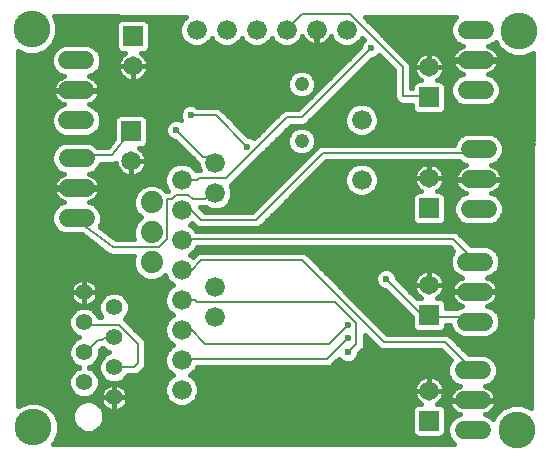
<source format=gbl>
G75*
%MOIN*%
%OFA0B0*%
%FSLAX24Y24*%
%IPPOS*%
%LPD*%
%AMOC8*
5,1,8,0,0,1.08239X$1,22.5*
%
%ADD10C,0.0480*%
%ADD11C,0.0600*%
%ADD12R,0.0650X0.0650*%
%ADD13C,0.0650*%
%ADD14C,0.0660*%
%ADD15C,0.0560*%
%ADD16C,0.0740*%
%ADD17C,0.0079*%
%ADD18C,0.0236*%
%ADD19C,0.0160*%
%ADD20C,0.1227*%
D10*
X012008Y010730D03*
X012008Y012630D03*
D11*
X017508Y012430D02*
X018108Y012430D01*
X018108Y013430D02*
X017508Y013430D01*
X017508Y014430D02*
X018108Y014430D01*
X018208Y010455D02*
X017608Y010455D01*
X017608Y009455D02*
X018208Y009455D01*
X018208Y008455D02*
X017608Y008455D01*
X017483Y006705D02*
X018083Y006705D01*
X018083Y005705D02*
X017483Y005705D01*
X017483Y004705D02*
X018083Y004705D01*
X018008Y003080D02*
X017408Y003080D01*
X017408Y002080D02*
X018008Y002080D01*
X018008Y001080D02*
X017408Y001080D01*
X004808Y008158D02*
X004208Y008158D01*
X004208Y009158D02*
X004808Y009158D01*
X004808Y010158D02*
X004208Y010158D01*
X004200Y011415D02*
X004800Y011415D01*
X004800Y012415D02*
X004200Y012415D01*
X004200Y013415D02*
X004800Y013415D01*
D12*
X006383Y014230D03*
X006333Y011055D03*
X016258Y012180D03*
X016258Y008480D03*
X016258Y004930D03*
X016258Y001405D03*
D13*
X016258Y002405D03*
X016258Y005930D03*
X016258Y009480D03*
X016258Y013180D03*
X006383Y013230D03*
X006333Y010055D03*
D14*
X008008Y009430D03*
X009133Y008993D03*
X008008Y008430D03*
X008008Y007430D03*
X008008Y006430D03*
X009133Y005868D03*
X008008Y005430D03*
X009133Y004868D03*
X008008Y004430D03*
X008008Y003430D03*
X008008Y002430D03*
X014008Y009430D03*
X014008Y011430D03*
X013508Y014430D03*
X012508Y014430D03*
X011508Y014430D03*
X010508Y014430D03*
X009508Y014430D03*
X008508Y014430D03*
X009133Y009993D03*
D15*
X004758Y005680D03*
X005758Y005180D03*
X004758Y004680D03*
X005758Y004180D03*
X004758Y003680D03*
X005758Y003180D03*
X004758Y002680D03*
X005758Y002180D03*
D16*
X007008Y006680D03*
X007008Y007680D03*
X007008Y008680D03*
D17*
X007538Y008790D02*
X007678Y008790D01*
X007818Y008930D01*
X008238Y008930D01*
X008378Y008790D01*
X008798Y008790D01*
X009008Y009000D01*
X009078Y009000D01*
X009133Y008993D01*
X009498Y009490D02*
X008588Y009490D01*
X008518Y009420D01*
X008028Y009420D01*
X008008Y009430D01*
X007538Y008790D02*
X007538Y007460D01*
X007258Y007180D01*
X005718Y007180D01*
X004424Y008174D01*
X004508Y008158D01*
X004508Y010158D02*
X004516Y010246D01*
X005706Y010246D01*
X006278Y011030D01*
X006333Y011055D01*
X007818Y011100D02*
X008728Y010190D01*
X008938Y010190D01*
X009078Y010050D01*
X009133Y009993D01*
X009498Y009490D02*
X011528Y011520D01*
X012018Y011520D01*
X014328Y013830D01*
X015378Y013200D02*
X015378Y012220D01*
X016218Y012220D01*
X016258Y012180D01*
X015378Y013200D02*
X013628Y014950D01*
X012018Y014950D01*
X011528Y014460D01*
X011508Y014430D01*
X009148Y011590D02*
X008308Y011590D01*
X009148Y011590D02*
X010198Y010540D01*
X010478Y008090D02*
X012718Y010330D01*
X017828Y010330D01*
X017898Y010400D01*
X017908Y010455D01*
X017058Y007460D02*
X008028Y007460D01*
X008008Y007430D01*
X008658Y008090D02*
X008308Y008440D01*
X008028Y008440D01*
X008008Y008430D01*
X008658Y008090D02*
X010478Y008090D01*
X012018Y006760D02*
X008658Y006760D01*
X008308Y006410D01*
X008028Y006410D01*
X008008Y006430D01*
X008008Y005430D02*
X008448Y005430D01*
X008518Y005360D01*
X013138Y005360D01*
X013838Y004660D01*
X013838Y003960D01*
X013558Y003680D01*
X013558Y004170D02*
X012858Y003470D01*
X008028Y003470D01*
X008008Y003430D01*
X008798Y003960D02*
X008308Y004450D01*
X008028Y004450D01*
X008008Y004430D01*
X008798Y003960D02*
X012928Y003960D01*
X013558Y004590D01*
X014748Y004030D02*
X012018Y006760D01*
X014818Y006130D02*
X016008Y004940D01*
X016218Y004940D01*
X016258Y004930D01*
X016288Y004870D01*
X017618Y004870D01*
X017783Y004705D01*
X016778Y004030D02*
X014748Y004030D01*
X016778Y004030D02*
X017688Y003120D01*
X017708Y003080D01*
X017783Y006705D02*
X017758Y006760D01*
X017058Y007460D01*
X006558Y003960D02*
X006558Y003315D01*
X006433Y003190D01*
X005788Y003190D01*
X005758Y003180D01*
X005228Y004100D02*
X004808Y003680D01*
X004758Y003680D01*
X005228Y004100D02*
X005368Y004100D01*
X005438Y004170D01*
X005718Y004170D01*
X005758Y004180D01*
X005928Y004590D02*
X006558Y003960D01*
X005928Y004590D02*
X004878Y004590D01*
X004808Y004660D01*
X004758Y004680D01*
D18*
X010198Y010540D03*
X008308Y011590D03*
X007818Y011100D03*
X007320Y011546D03*
X014328Y013830D03*
X014818Y006130D03*
X013558Y004590D03*
X013558Y004170D03*
X013558Y003680D03*
D19*
X002551Y001879D02*
X002571Y013712D01*
X002838Y013602D01*
X003178Y013602D01*
X003491Y013732D01*
X003731Y013972D01*
X003861Y014285D01*
X003861Y014625D01*
X003755Y014882D01*
X008142Y014870D01*
X008025Y014753D01*
X007938Y014543D01*
X007938Y014317D01*
X008025Y014107D01*
X008185Y013947D01*
X008395Y013860D01*
X008621Y013860D01*
X008831Y013947D01*
X008991Y014107D01*
X009008Y014148D01*
X009025Y014107D01*
X009185Y013947D01*
X009395Y013860D01*
X009621Y013860D01*
X009831Y013947D01*
X009991Y014107D01*
X010008Y014148D01*
X010025Y014107D01*
X010185Y013947D01*
X010395Y013860D01*
X010621Y013860D01*
X010831Y013947D01*
X010991Y014107D01*
X011008Y014148D01*
X011025Y014107D01*
X011185Y013947D01*
X011395Y013860D01*
X011621Y013860D01*
X011831Y013947D01*
X011991Y014107D01*
X012040Y014225D01*
X012072Y014163D01*
X012119Y014098D01*
X012176Y014041D01*
X012241Y013994D01*
X012312Y013957D01*
X012389Y013933D01*
X012468Y013920D01*
X012488Y013920D01*
X012488Y014410D01*
X012528Y014410D01*
X012528Y013920D01*
X012548Y013920D01*
X012627Y013933D01*
X012704Y013957D01*
X012775Y013994D01*
X012840Y014041D01*
X012897Y014098D01*
X012944Y014163D01*
X012976Y014225D01*
X013025Y014107D01*
X013185Y013947D01*
X013395Y013860D01*
X013621Y013860D01*
X013831Y013947D01*
X013991Y014107D01*
X014016Y014167D01*
X014087Y014096D01*
X014024Y014033D01*
X013970Y013901D01*
X013970Y013867D01*
X011902Y011799D01*
X011472Y011799D01*
X011370Y011757D01*
X010429Y010816D01*
X010401Y010844D01*
X010269Y010898D01*
X010235Y010898D01*
X009385Y011748D01*
X009306Y011827D01*
X009204Y011869D01*
X008535Y011869D01*
X008511Y011894D01*
X008379Y011948D01*
X008237Y011948D01*
X008105Y011894D01*
X008004Y011793D01*
X007950Y011661D01*
X007950Y011519D01*
X007993Y011415D01*
X007889Y011458D01*
X007747Y011458D01*
X007615Y011404D01*
X007514Y011303D01*
X007460Y011171D01*
X007460Y011029D01*
X007514Y010897D01*
X007615Y010796D01*
X007747Y010742D01*
X007781Y010742D01*
X008491Y010032D01*
X008563Y009960D01*
X008563Y009879D01*
X008608Y009769D01*
X008532Y009769D01*
X008491Y009752D01*
X008491Y009753D01*
X008331Y009913D01*
X008121Y010000D01*
X007895Y010000D01*
X007685Y009913D01*
X007525Y009753D01*
X007438Y009543D01*
X007438Y009317D01*
X007525Y009107D01*
X007562Y009069D01*
X007482Y009069D01*
X007354Y009197D01*
X007129Y009290D01*
X006887Y009290D01*
X006662Y009197D01*
X006491Y009026D01*
X006398Y008801D01*
X006398Y008559D01*
X006491Y008334D01*
X006645Y008180D01*
X006491Y008026D01*
X006398Y007801D01*
X006398Y007559D01*
X006439Y007459D01*
X005813Y007459D01*
X005274Y007873D01*
X005348Y008051D01*
X005348Y008265D01*
X005266Y008464D01*
X005114Y008616D01*
X004929Y008693D01*
X004992Y008713D01*
X005060Y008747D01*
X005121Y008792D01*
X005174Y008845D01*
X005219Y008906D01*
X005253Y008974D01*
X005276Y009046D01*
X005288Y009120D01*
X005288Y009138D01*
X004528Y009138D01*
X004528Y009178D01*
X005288Y009178D01*
X005288Y009196D01*
X005276Y009270D01*
X005253Y009342D01*
X005219Y009410D01*
X005174Y009471D01*
X005121Y009524D01*
X005060Y009569D01*
X004992Y009603D01*
X004929Y009623D01*
X005114Y009700D01*
X005266Y009852D01*
X005313Y009967D01*
X005673Y009967D01*
X005694Y009961D01*
X005728Y009967D01*
X005762Y009967D01*
X005782Y009975D01*
X005804Y009979D01*
X005831Y009995D01*
X005840Y009937D01*
X005865Y009861D01*
X005901Y009790D01*
X005948Y009726D01*
X006004Y009670D01*
X006068Y009623D01*
X006139Y009587D01*
X006215Y009562D01*
X006293Y009550D01*
X006333Y009550D01*
X006373Y009550D01*
X006451Y009562D01*
X006527Y009587D01*
X006598Y009623D01*
X006662Y009670D01*
X006718Y009726D01*
X006765Y009790D01*
X006801Y009861D01*
X006826Y009937D01*
X006838Y010015D01*
X006838Y010055D01*
X006838Y010095D01*
X006826Y010173D01*
X006801Y010249D01*
X006765Y010320D01*
X006718Y010384D01*
X006662Y010440D01*
X006598Y010487D01*
X006592Y010490D01*
X006706Y010490D01*
X006794Y010527D01*
X006861Y010594D01*
X006898Y010682D01*
X006898Y011428D01*
X006861Y011516D01*
X006794Y011583D01*
X006706Y011620D01*
X005960Y011620D01*
X005872Y011583D01*
X005805Y011516D01*
X005768Y011428D01*
X005768Y010805D01*
X005564Y010525D01*
X005204Y010525D01*
X005114Y010616D01*
X004915Y010698D01*
X004101Y010698D01*
X003902Y010616D01*
X003750Y010464D01*
X003668Y010265D01*
X003668Y010051D01*
X003750Y009852D01*
X003902Y009700D01*
X004087Y009623D01*
X004024Y009603D01*
X003956Y009569D01*
X003895Y009524D01*
X003842Y009471D01*
X003797Y009410D01*
X003763Y009342D01*
X003740Y009270D01*
X003728Y009196D01*
X003728Y009178D01*
X004488Y009178D01*
X004488Y009138D01*
X003728Y009138D01*
X003728Y009120D01*
X003740Y009046D01*
X003763Y008974D01*
X003797Y008906D01*
X003842Y008845D01*
X003895Y008792D01*
X003956Y008747D01*
X004024Y008713D01*
X004087Y008693D01*
X003902Y008616D01*
X003750Y008464D01*
X003668Y008265D01*
X003668Y008051D01*
X003750Y007852D01*
X003902Y007700D01*
X004101Y007618D01*
X004689Y007618D01*
X005533Y006970D01*
X005560Y006943D01*
X005577Y006936D01*
X005592Y006925D01*
X005628Y006915D01*
X005662Y006901D01*
X005681Y006901D01*
X005699Y006896D01*
X005736Y006901D01*
X006439Y006901D01*
X006398Y006801D01*
X006398Y006559D01*
X006491Y006334D01*
X006662Y006163D01*
X006887Y006070D01*
X007129Y006070D01*
X007354Y006163D01*
X007458Y006268D01*
X007525Y006107D01*
X007685Y005947D01*
X007726Y005930D01*
X007685Y005913D01*
X007525Y005753D01*
X007438Y005543D01*
X007438Y005317D01*
X007525Y005107D01*
X007685Y004947D01*
X007726Y004930D01*
X007685Y004913D01*
X007525Y004753D01*
X007438Y004543D01*
X007438Y004317D01*
X007525Y004107D01*
X007685Y003947D01*
X007726Y003930D01*
X007685Y003913D01*
X007525Y003753D01*
X007438Y003543D01*
X007438Y003317D01*
X007525Y003107D01*
X007685Y002947D01*
X007726Y002930D01*
X007685Y002913D01*
X007525Y002753D01*
X007438Y002543D01*
X007438Y002317D01*
X007525Y002107D01*
X007685Y001947D01*
X007895Y001860D01*
X008121Y001860D01*
X008331Y001947D01*
X008491Y002107D01*
X008578Y002317D01*
X008578Y002543D01*
X008491Y002753D01*
X008331Y002913D01*
X008290Y002930D01*
X008331Y002947D01*
X008491Y003107D01*
X008526Y003191D01*
X012914Y003191D01*
X013016Y003233D01*
X013095Y003312D01*
X013257Y003474D01*
X013355Y003376D01*
X013487Y003322D01*
X013629Y003322D01*
X013761Y003376D01*
X013862Y003477D01*
X013916Y003609D01*
X013916Y003643D01*
X013996Y003723D01*
X014075Y003802D01*
X014117Y003904D01*
X014117Y004266D01*
X014590Y003793D01*
X014692Y003751D01*
X016662Y003751D01*
X016989Y003424D01*
X016950Y003386D01*
X016868Y003187D01*
X016868Y002973D01*
X016950Y002774D01*
X017102Y002622D01*
X017287Y002545D01*
X017224Y002525D01*
X017156Y002491D01*
X017095Y002446D01*
X017042Y002393D01*
X016997Y002332D01*
X016963Y002264D01*
X016940Y002192D01*
X016928Y002118D01*
X016928Y002100D01*
X017688Y002100D01*
X017688Y002060D01*
X016928Y002060D01*
X016928Y002042D01*
X016940Y001968D01*
X016963Y001896D01*
X016997Y001828D01*
X017042Y001767D01*
X017095Y001714D01*
X017156Y001669D01*
X017224Y001635D01*
X017287Y001615D01*
X017102Y001538D01*
X016950Y001386D01*
X016868Y001187D01*
X016868Y000973D01*
X016950Y000774D01*
X017100Y000624D01*
X003728Y000643D01*
X003781Y000697D01*
X003911Y001010D01*
X003911Y001350D01*
X003781Y001663D01*
X003541Y001903D01*
X003228Y002033D01*
X002888Y002033D01*
X002575Y001903D01*
X002551Y001879D01*
X002551Y001904D02*
X002576Y001904D01*
X002551Y002063D02*
X004759Y002063D01*
X004795Y002077D02*
X004598Y001996D01*
X004448Y001845D01*
X004366Y001649D01*
X004366Y001436D01*
X004448Y001239D01*
X004598Y001088D01*
X004795Y001007D01*
X005008Y001007D01*
X005205Y001088D01*
X005355Y001239D01*
X005437Y001436D01*
X005437Y001649D01*
X005355Y001845D01*
X005205Y001996D01*
X005008Y002077D01*
X004795Y002077D01*
X004861Y002160D02*
X005053Y002239D01*
X005199Y002385D01*
X005278Y002577D01*
X005278Y002783D01*
X005199Y002975D01*
X005053Y003121D01*
X004910Y003180D01*
X005053Y003239D01*
X005199Y003385D01*
X005278Y003577D01*
X005278Y003755D01*
X005344Y003821D01*
X005382Y003821D01*
X005463Y003739D01*
X005606Y003680D01*
X005463Y003621D01*
X005317Y003475D01*
X005238Y003283D01*
X005238Y003077D01*
X005317Y002885D01*
X005463Y002739D01*
X005655Y002660D01*
X005861Y002660D01*
X006053Y002739D01*
X006199Y002885D01*
X006209Y002911D01*
X006488Y002911D01*
X006591Y002953D01*
X006716Y003079D01*
X006795Y003157D01*
X006837Y003260D01*
X006837Y004016D01*
X006795Y004118D01*
X006716Y004197D01*
X006113Y004800D01*
X006199Y004885D01*
X006278Y005077D01*
X006278Y005283D01*
X006199Y005475D01*
X006053Y005621D01*
X005861Y005700D01*
X005655Y005700D01*
X005463Y005621D01*
X005317Y005475D01*
X005238Y005283D01*
X005238Y005077D01*
X005317Y004885D01*
X005333Y004869D01*
X005242Y004869D01*
X005199Y004975D01*
X005053Y005121D01*
X004861Y005200D01*
X004655Y005200D01*
X004463Y005121D01*
X004317Y004975D01*
X004238Y004783D01*
X004238Y004577D01*
X004317Y004385D01*
X004463Y004239D01*
X004606Y004180D01*
X004463Y004121D01*
X004317Y003975D01*
X004238Y003783D01*
X004238Y003577D01*
X004317Y003385D01*
X004463Y003239D01*
X004606Y003180D01*
X004463Y003121D01*
X004317Y002975D01*
X004238Y002783D01*
X004238Y002577D01*
X004317Y002385D01*
X004463Y002239D01*
X004655Y002160D01*
X004861Y002160D01*
X005009Y002221D02*
X005299Y002221D01*
X005298Y002216D02*
X005298Y002180D01*
X005758Y002180D01*
X005758Y002180D01*
X005758Y002640D01*
X005794Y002640D01*
X005866Y002629D01*
X005935Y002606D01*
X005999Y002573D01*
X006058Y002531D01*
X006109Y002480D01*
X006151Y002421D01*
X006184Y002357D01*
X006207Y002288D01*
X006218Y002216D01*
X006218Y002180D01*
X005758Y002180D01*
X005758Y002180D01*
X005758Y002180D01*
X005758Y002640D01*
X005722Y002640D01*
X005650Y002629D01*
X005581Y002606D01*
X005517Y002573D01*
X005458Y002531D01*
X005407Y002480D01*
X005365Y002421D01*
X005332Y002357D01*
X005309Y002288D01*
X005298Y002216D01*
X005298Y002180D02*
X005298Y002144D01*
X005309Y002072D01*
X005332Y002003D01*
X005365Y001939D01*
X005407Y001880D01*
X005458Y001829D01*
X005517Y001787D01*
X005581Y001754D01*
X005650Y001731D01*
X005722Y001720D01*
X005758Y001720D01*
X005794Y001720D01*
X005866Y001731D01*
X005935Y001754D01*
X005999Y001787D01*
X006058Y001829D01*
X006109Y001880D01*
X006151Y001939D01*
X006184Y002003D01*
X006207Y002072D01*
X006218Y002144D01*
X006218Y002180D01*
X005758Y002180D01*
X005758Y001720D01*
X005758Y002180D01*
X005758Y002180D01*
X005298Y002180D01*
X005313Y002063D02*
X005044Y002063D01*
X005297Y001904D02*
X005390Y001904D01*
X005397Y001746D02*
X005607Y001746D01*
X005758Y001746D02*
X005758Y001746D01*
X005909Y001746D02*
X015693Y001746D01*
X015693Y001778D02*
X015693Y001032D01*
X015730Y000944D01*
X015797Y000877D01*
X015885Y000840D01*
X016631Y000840D01*
X016719Y000877D01*
X016786Y000944D01*
X016823Y001032D01*
X016823Y001778D01*
X016786Y001866D01*
X016719Y001933D01*
X016631Y001970D01*
X016517Y001970D01*
X016523Y001973D01*
X016587Y002020D01*
X016643Y002076D01*
X016690Y002140D01*
X016726Y002211D01*
X016751Y002287D01*
X016763Y002365D01*
X016763Y002405D01*
X016763Y002445D01*
X016751Y002523D01*
X016726Y002599D01*
X016690Y002670D01*
X016643Y002734D01*
X016587Y002790D01*
X016523Y002837D01*
X016452Y002873D01*
X016376Y002898D01*
X016298Y002910D01*
X016258Y002910D01*
X016258Y002405D01*
X016763Y002405D01*
X016258Y002405D01*
X016258Y002405D01*
X016258Y002405D01*
X016258Y002405D01*
X015753Y002405D01*
X015753Y002445D01*
X015765Y002523D01*
X015790Y002599D01*
X015826Y002670D01*
X015873Y002734D01*
X015929Y002790D01*
X015993Y002837D01*
X016064Y002873D01*
X016140Y002898D01*
X016218Y002910D01*
X016258Y002910D01*
X016258Y002405D01*
X015753Y002405D01*
X015753Y002365D01*
X015765Y002287D01*
X015790Y002211D01*
X015826Y002140D01*
X015873Y002076D01*
X015929Y002020D01*
X015993Y001973D01*
X015999Y001970D01*
X015885Y001970D01*
X015797Y001933D01*
X015730Y001866D01*
X015693Y001778D01*
X015768Y001904D02*
X008228Y001904D01*
X008447Y002063D02*
X015886Y002063D01*
X015787Y002221D02*
X008538Y002221D01*
X008578Y002380D02*
X015753Y002380D01*
X015770Y002538D02*
X008578Y002538D01*
X008515Y002697D02*
X015846Y002697D01*
X016029Y002855D02*
X008389Y002855D01*
X008398Y003014D02*
X016868Y003014D01*
X016868Y003172D02*
X008518Y003172D01*
X007627Y002855D02*
X006168Y002855D01*
X005950Y002697D02*
X007501Y002697D01*
X007438Y002538D02*
X006048Y002538D01*
X006173Y002380D02*
X007438Y002380D01*
X007478Y002221D02*
X006217Y002221D01*
X006203Y002063D02*
X007569Y002063D01*
X007788Y001904D02*
X006126Y001904D01*
X005758Y001904D02*
X005758Y001904D01*
X005758Y002063D02*
X005758Y002063D01*
X005758Y002221D02*
X005758Y002221D01*
X005758Y002380D02*
X005758Y002380D01*
X005758Y002538D02*
X005758Y002538D01*
X005566Y002697D02*
X005278Y002697D01*
X005262Y002538D02*
X005468Y002538D01*
X005343Y002380D02*
X005193Y002380D01*
X005248Y002855D02*
X005348Y002855D01*
X005264Y003014D02*
X005160Y003014D01*
X005238Y003172D02*
X004929Y003172D01*
X005144Y003331D02*
X005258Y003331D01*
X005242Y003489D02*
X005332Y003489D01*
X005278Y003648D02*
X005528Y003648D01*
X005397Y003806D02*
X005329Y003806D01*
X004469Y004123D02*
X002554Y004123D01*
X002554Y003965D02*
X004313Y003965D01*
X004247Y003806D02*
X002554Y003806D01*
X002554Y003648D02*
X004238Y003648D01*
X004274Y003489D02*
X002553Y003489D01*
X002553Y003331D02*
X004372Y003331D01*
X004587Y003172D02*
X002553Y003172D01*
X002552Y003014D02*
X004356Y003014D01*
X004268Y002855D02*
X002552Y002855D01*
X002552Y002697D02*
X004238Y002697D01*
X004254Y002538D02*
X002552Y002538D01*
X002551Y002380D02*
X004323Y002380D01*
X004507Y002221D02*
X002551Y002221D01*
X003540Y001904D02*
X004507Y001904D01*
X004407Y001746D02*
X003699Y001746D01*
X003813Y001587D02*
X004366Y001587D01*
X004369Y001429D02*
X003879Y001429D01*
X003911Y001270D02*
X004435Y001270D01*
X004575Y001112D02*
X003911Y001112D01*
X003888Y000953D02*
X015726Y000953D01*
X015693Y001112D02*
X005228Y001112D01*
X005368Y001270D02*
X015693Y001270D01*
X015693Y001429D02*
X005434Y001429D01*
X005437Y001587D02*
X015693Y001587D01*
X016630Y002063D02*
X017688Y002063D01*
X017728Y002063D02*
X019650Y002063D01*
X019651Y002221D02*
X018467Y002221D01*
X018476Y002192D02*
X018453Y002264D01*
X018419Y002332D01*
X018374Y002393D01*
X018321Y002446D01*
X018260Y002491D01*
X018192Y002525D01*
X018129Y002545D01*
X018314Y002622D01*
X018466Y002774D01*
X018548Y002973D01*
X018548Y003187D01*
X018466Y003386D01*
X018314Y003538D01*
X018115Y003620D01*
X017583Y003620D01*
X017015Y004188D01*
X016936Y004267D01*
X016834Y004309D01*
X014864Y004309D01*
X012255Y006918D01*
X012176Y006997D01*
X012074Y007039D01*
X008602Y007039D01*
X008500Y006997D01*
X008374Y006871D01*
X008331Y006913D01*
X008290Y006930D01*
X008331Y006947D01*
X008491Y007107D01*
X008522Y007181D01*
X016942Y007181D01*
X017069Y007054D01*
X017025Y007011D01*
X016943Y006812D01*
X016943Y006598D01*
X017025Y006399D01*
X017177Y006247D01*
X017362Y006170D01*
X017299Y006150D01*
X017231Y006116D01*
X017170Y006071D01*
X017117Y006018D01*
X017072Y005957D01*
X017038Y005889D01*
X017015Y005817D01*
X017003Y005743D01*
X017003Y005725D01*
X017763Y005725D01*
X017763Y005685D01*
X017003Y005685D01*
X017003Y005667D01*
X017015Y005593D01*
X017038Y005521D01*
X017072Y005453D01*
X017117Y005392D01*
X017170Y005339D01*
X017231Y005294D01*
X017299Y005260D01*
X017362Y005240D01*
X017177Y005163D01*
X017164Y005149D01*
X016823Y005149D01*
X016823Y005303D01*
X016786Y005391D01*
X017118Y005391D01*
X017029Y005550D02*
X016592Y005550D01*
X016587Y005545D02*
X016643Y005601D01*
X016690Y005665D01*
X016726Y005736D01*
X016751Y005812D01*
X016763Y005890D01*
X016763Y005930D01*
X016763Y005970D01*
X016751Y006048D01*
X016726Y006124D01*
X016690Y006195D01*
X016643Y006259D01*
X016587Y006315D01*
X016523Y006362D01*
X016452Y006398D01*
X016376Y006423D01*
X016298Y006435D01*
X016258Y006435D01*
X016258Y005930D01*
X016763Y005930D01*
X016258Y005930D01*
X016258Y005930D01*
X016258Y005930D01*
X016258Y005930D01*
X015753Y005930D01*
X015753Y005970D01*
X015765Y006048D01*
X015790Y006124D01*
X015826Y006195D01*
X015873Y006259D01*
X015929Y006315D01*
X015993Y006362D01*
X016064Y006398D01*
X016140Y006423D01*
X016218Y006435D01*
X016258Y006435D01*
X016258Y005930D01*
X015753Y005930D01*
X015753Y005890D01*
X015765Y005812D01*
X015790Y005736D01*
X015826Y005665D01*
X015873Y005601D01*
X015929Y005545D01*
X015993Y005498D01*
X015999Y005495D01*
X015885Y005495D01*
X015859Y005484D01*
X015176Y006167D01*
X015176Y006201D01*
X015122Y006333D01*
X015021Y006434D01*
X014889Y006488D01*
X014747Y006488D01*
X014615Y006434D01*
X014514Y006333D01*
X014460Y006201D01*
X014460Y006059D01*
X014514Y005927D01*
X014615Y005826D01*
X014747Y005772D01*
X014781Y005772D01*
X015693Y004860D01*
X015693Y004557D01*
X015730Y004469D01*
X015797Y004402D01*
X015885Y004365D01*
X016631Y004365D01*
X016719Y004402D01*
X016786Y004469D01*
X016823Y004557D01*
X016823Y004591D01*
X016946Y004591D01*
X017025Y004399D01*
X017177Y004247D01*
X017376Y004165D01*
X018190Y004165D01*
X018389Y004247D01*
X018541Y004399D01*
X018623Y004598D01*
X018623Y004812D01*
X018541Y005011D01*
X018389Y005163D01*
X018204Y005240D01*
X018267Y005260D01*
X018335Y005294D01*
X018396Y005339D01*
X018449Y005392D01*
X018494Y005453D01*
X018528Y005521D01*
X018551Y005593D01*
X018563Y005667D01*
X018563Y005685D01*
X017803Y005685D01*
X017803Y005725D01*
X018563Y005725D01*
X018563Y005743D01*
X018551Y005817D01*
X018528Y005889D01*
X018494Y005957D01*
X018449Y006018D01*
X018396Y006071D01*
X018335Y006116D01*
X018267Y006150D01*
X018204Y006170D01*
X018389Y006247D01*
X018541Y006399D01*
X018623Y006598D01*
X018623Y006812D01*
X018541Y007011D01*
X018389Y007163D01*
X018190Y007245D01*
X017668Y007245D01*
X017295Y007618D01*
X017216Y007697D01*
X017114Y007739D01*
X008497Y007739D01*
X008491Y007753D01*
X008331Y007913D01*
X008290Y007930D01*
X008331Y007947D01*
X008369Y007984D01*
X008500Y007853D01*
X008602Y007811D01*
X010534Y007811D01*
X010636Y007853D01*
X010715Y007932D01*
X012834Y010051D01*
X017249Y010051D01*
X017302Y009997D01*
X017487Y009920D01*
X017424Y009900D01*
X017356Y009866D01*
X017295Y009821D01*
X017242Y009768D01*
X017197Y009707D01*
X017163Y009639D01*
X017140Y009567D01*
X017128Y009493D01*
X017128Y009475D01*
X017888Y009475D01*
X017888Y009435D01*
X017128Y009435D01*
X017128Y009417D01*
X017140Y009343D01*
X017163Y009271D01*
X017197Y009203D01*
X017242Y009142D01*
X017295Y009089D01*
X017356Y009044D01*
X017424Y009010D01*
X017487Y008990D01*
X017302Y008913D01*
X017150Y008761D01*
X017068Y008562D01*
X017068Y008348D01*
X017150Y008149D01*
X017302Y007997D01*
X017501Y007915D01*
X018315Y007915D01*
X018514Y007997D01*
X018666Y008149D01*
X018748Y008348D01*
X018748Y008562D01*
X018666Y008761D01*
X018514Y008913D01*
X018329Y008990D01*
X018392Y009010D01*
X018460Y009044D01*
X018521Y009089D01*
X018574Y009142D01*
X018619Y009203D01*
X018653Y009271D01*
X018676Y009343D01*
X018688Y009417D01*
X018688Y009435D01*
X017928Y009435D01*
X017928Y009475D01*
X018688Y009475D01*
X018688Y009493D01*
X018676Y009567D01*
X018653Y009639D01*
X018619Y009707D01*
X018574Y009768D01*
X018521Y009821D01*
X018460Y009866D01*
X018392Y009900D01*
X018329Y009920D01*
X018514Y009997D01*
X018666Y010149D01*
X018748Y010348D01*
X018748Y010562D01*
X018666Y010761D01*
X018514Y010913D01*
X018315Y010995D01*
X017501Y010995D01*
X017302Y010913D01*
X017150Y010761D01*
X017087Y010609D01*
X012662Y010609D01*
X012560Y010567D01*
X010362Y008369D01*
X008774Y008369D01*
X008632Y008511D01*
X008809Y008511D01*
X008810Y008509D01*
X009020Y008423D01*
X009246Y008423D01*
X009456Y008509D01*
X009616Y008670D01*
X009703Y008879D01*
X009703Y009106D01*
X009644Y009248D01*
X009656Y009253D01*
X009735Y009332D01*
X011644Y011241D01*
X012074Y011241D01*
X012176Y011283D01*
X012255Y011362D01*
X014365Y013472D01*
X014399Y013472D01*
X014531Y013526D01*
X014594Y013589D01*
X015099Y013084D01*
X015099Y012164D01*
X015141Y012062D01*
X015220Y011983D01*
X015322Y011941D01*
X015693Y011941D01*
X015693Y011807D01*
X015730Y011719D01*
X015797Y011652D01*
X015885Y011615D01*
X016631Y011615D01*
X016719Y011652D01*
X016786Y011719D01*
X016823Y011807D01*
X016823Y012553D01*
X016786Y012641D01*
X016719Y012708D01*
X016631Y012745D01*
X016517Y012745D01*
X016523Y012748D01*
X016587Y012795D01*
X016643Y012851D01*
X016690Y012915D01*
X016726Y012986D01*
X016751Y013062D01*
X016763Y013140D01*
X016763Y013180D01*
X016763Y013220D01*
X016751Y013298D01*
X016726Y013374D01*
X016690Y013445D01*
X016643Y013509D01*
X016587Y013565D01*
X016523Y013612D01*
X016452Y013648D01*
X016376Y013673D01*
X016298Y013685D01*
X016258Y013685D01*
X016258Y013180D01*
X016258Y013180D01*
X016763Y013180D01*
X016258Y013180D01*
X016258Y013180D01*
X016258Y013180D01*
X015753Y013180D01*
X015753Y013220D01*
X015765Y013298D01*
X015790Y013374D01*
X015826Y013445D01*
X015873Y013509D01*
X015929Y013565D01*
X015993Y013612D01*
X016064Y013648D01*
X016140Y013673D01*
X016218Y013685D01*
X016258Y013685D01*
X016258Y013180D01*
X015753Y013180D01*
X015753Y013140D01*
X015765Y013062D01*
X015790Y012986D01*
X015826Y012915D01*
X015873Y012851D01*
X015929Y012795D01*
X015993Y012748D01*
X015999Y012745D01*
X015885Y012745D01*
X015797Y012708D01*
X015730Y012641D01*
X015693Y012553D01*
X015693Y012499D01*
X015657Y012499D01*
X015657Y013256D01*
X015615Y013358D01*
X015536Y013437D01*
X014120Y014853D01*
X017158Y014844D01*
X017050Y014736D01*
X016968Y014537D01*
X016968Y014323D01*
X017050Y014124D01*
X017202Y013972D01*
X017387Y013895D01*
X017324Y013875D01*
X017256Y013841D01*
X017195Y013796D01*
X017142Y013743D01*
X017097Y013682D01*
X017063Y013614D01*
X017040Y013542D01*
X017028Y013468D01*
X017028Y013450D01*
X017788Y013450D01*
X017788Y013410D01*
X017028Y013410D01*
X017028Y013392D01*
X017040Y013318D01*
X017063Y013246D01*
X017097Y013178D01*
X017142Y013117D01*
X017195Y013064D01*
X017256Y013019D01*
X017324Y012985D01*
X017387Y012965D01*
X017202Y012888D01*
X017050Y012736D01*
X016968Y012537D01*
X016968Y012323D01*
X017050Y012124D01*
X017202Y011972D01*
X017401Y011890D01*
X018215Y011890D01*
X018414Y011972D01*
X018566Y012124D01*
X018648Y012323D01*
X018648Y012537D01*
X018566Y012736D01*
X018414Y012888D01*
X018229Y012965D01*
X018292Y012985D01*
X018360Y013019D01*
X018421Y013064D01*
X018474Y013117D01*
X018519Y013178D01*
X018553Y013246D01*
X018576Y013318D01*
X018588Y013392D01*
X018588Y013410D01*
X017828Y013410D01*
X017828Y013450D01*
X018588Y013450D01*
X018588Y013468D01*
X018576Y013542D01*
X018553Y013614D01*
X018519Y013682D01*
X018474Y013743D01*
X018421Y013796D01*
X018360Y013841D01*
X018292Y013875D01*
X018229Y013895D01*
X018414Y013972D01*
X018477Y014035D01*
X018535Y013897D01*
X018775Y013657D01*
X019088Y013527D01*
X019428Y013527D01*
X019728Y013651D01*
X019648Y001836D01*
X019353Y001958D01*
X019013Y001958D01*
X018700Y001828D01*
X018460Y001588D01*
X018402Y001450D01*
X018314Y001538D01*
X018129Y001615D01*
X018192Y001635D01*
X018260Y001669D01*
X018321Y001714D01*
X018374Y001767D01*
X018419Y001828D01*
X018453Y001896D01*
X018476Y001968D01*
X018488Y002042D01*
X018488Y002060D01*
X017728Y002060D01*
X017728Y002100D01*
X018488Y002100D01*
X018488Y002118D01*
X018476Y002192D01*
X018384Y002380D02*
X019652Y002380D01*
X019653Y002538D02*
X018152Y002538D01*
X018388Y002697D02*
X019654Y002697D01*
X019655Y002855D02*
X018499Y002855D01*
X018548Y003014D02*
X019656Y003014D01*
X019657Y003172D02*
X018548Y003172D01*
X018489Y003331D02*
X019658Y003331D01*
X019659Y003489D02*
X018363Y003489D01*
X017556Y003648D02*
X019660Y003648D01*
X019661Y003806D02*
X017397Y003806D01*
X017239Y003965D02*
X019662Y003965D01*
X019664Y004123D02*
X017080Y004123D01*
X017143Y004282D02*
X016901Y004282D01*
X017008Y004440D02*
X016757Y004440D01*
X015759Y004440D02*
X014733Y004440D01*
X014575Y004599D02*
X015693Y004599D01*
X015693Y004757D02*
X014416Y004757D01*
X014258Y004916D02*
X015637Y004916D01*
X015479Y005074D02*
X014099Y005074D01*
X013941Y005233D02*
X015320Y005233D01*
X015162Y005391D02*
X013782Y005391D01*
X013624Y005550D02*
X015003Y005550D01*
X014845Y005708D02*
X013465Y005708D01*
X013307Y005867D02*
X014575Y005867D01*
X014474Y006025D02*
X013148Y006025D01*
X012990Y006184D02*
X014460Y006184D01*
X014524Y006342D02*
X012831Y006342D01*
X012673Y006501D02*
X016983Y006501D01*
X016943Y006659D02*
X012514Y006659D01*
X012356Y006818D02*
X016945Y006818D01*
X017011Y006976D02*
X012197Y006976D01*
X010869Y008086D02*
X015702Y008086D01*
X015693Y008107D02*
X015730Y008019D01*
X015797Y007952D01*
X015885Y007915D01*
X016631Y007915D01*
X016719Y007952D01*
X016786Y008019D01*
X016823Y008107D01*
X016823Y008853D01*
X016786Y008941D01*
X016719Y009008D01*
X016631Y009045D01*
X016517Y009045D01*
X016523Y009048D01*
X016587Y009095D01*
X016643Y009151D01*
X016690Y009215D01*
X016726Y009286D01*
X016751Y009362D01*
X016763Y009440D01*
X016763Y009480D01*
X016763Y009520D01*
X016751Y009598D01*
X016726Y009674D01*
X016690Y009745D01*
X016643Y009809D01*
X016587Y009865D01*
X016523Y009912D01*
X016452Y009948D01*
X016376Y009973D01*
X016298Y009985D01*
X016258Y009985D01*
X016258Y009480D01*
X016763Y009480D01*
X016258Y009480D01*
X016258Y009480D01*
X016258Y009480D01*
X016258Y009480D01*
X015753Y009480D01*
X015753Y009520D01*
X015765Y009598D01*
X015790Y009674D01*
X015826Y009745D01*
X015873Y009809D01*
X015929Y009865D01*
X015993Y009912D01*
X016064Y009948D01*
X016140Y009973D01*
X016218Y009985D01*
X016258Y009985D01*
X016258Y009480D01*
X015753Y009480D01*
X015753Y009440D01*
X015765Y009362D01*
X015790Y009286D01*
X015826Y009215D01*
X015873Y009151D01*
X015929Y009095D01*
X015993Y009048D01*
X015999Y009045D01*
X015885Y009045D01*
X015797Y009008D01*
X015730Y008941D01*
X015693Y008853D01*
X015693Y008107D01*
X015693Y008244D02*
X011027Y008244D01*
X011186Y008403D02*
X015693Y008403D01*
X015693Y008561D02*
X011344Y008561D01*
X011503Y008720D02*
X015693Y008720D01*
X015703Y008878D02*
X014165Y008878D01*
X014121Y008860D02*
X014331Y008947D01*
X014491Y009107D01*
X014578Y009317D01*
X014578Y009543D01*
X014491Y009753D01*
X014331Y009913D01*
X014121Y010000D01*
X013895Y010000D01*
X013685Y009913D01*
X013525Y009753D01*
X013438Y009543D01*
X013438Y009317D01*
X013525Y009107D01*
X013685Y008947D01*
X013895Y008860D01*
X014121Y008860D01*
X014421Y009037D02*
X015865Y009037D01*
X015841Y009195D02*
X014528Y009195D01*
X014578Y009354D02*
X015768Y009354D01*
X015753Y009512D02*
X014578Y009512D01*
X014525Y009671D02*
X015789Y009671D01*
X015893Y009829D02*
X014415Y009829D01*
X014151Y009988D02*
X017325Y009988D01*
X017306Y009829D02*
X016623Y009829D01*
X016727Y009671D02*
X017179Y009671D01*
X017131Y009512D02*
X016763Y009512D01*
X016748Y009354D02*
X017138Y009354D01*
X017204Y009195D02*
X016675Y009195D01*
X016651Y009037D02*
X017372Y009037D01*
X017267Y008878D02*
X016813Y008878D01*
X016823Y008720D02*
X017133Y008720D01*
X017068Y008561D02*
X016823Y008561D01*
X016823Y008403D02*
X017068Y008403D01*
X017111Y008244D02*
X016823Y008244D01*
X016814Y008086D02*
X017214Y008086D01*
X017472Y007927D02*
X016660Y007927D01*
X017303Y007610D02*
X019687Y007610D01*
X019686Y007452D02*
X017462Y007452D01*
X017620Y007293D02*
X019685Y007293D01*
X019684Y007135D02*
X018417Y007135D01*
X018555Y006976D02*
X019683Y006976D01*
X019682Y006818D02*
X018621Y006818D01*
X018623Y006659D02*
X019681Y006659D01*
X019680Y006501D02*
X018583Y006501D01*
X018484Y006342D02*
X019679Y006342D01*
X019678Y006184D02*
X018235Y006184D01*
X018442Y006025D02*
X019676Y006025D01*
X019675Y005867D02*
X018535Y005867D01*
X018537Y005550D02*
X019673Y005550D01*
X019674Y005708D02*
X017803Y005708D01*
X017763Y005708D02*
X016712Y005708D01*
X016759Y005867D02*
X017031Y005867D01*
X017124Y006025D02*
X016754Y006025D01*
X016696Y006184D02*
X017331Y006184D01*
X017082Y006342D02*
X016550Y006342D01*
X016258Y006342D02*
X016258Y006342D01*
X016258Y006184D02*
X016258Y006184D01*
X016258Y006025D02*
X016258Y006025D01*
X015966Y006342D02*
X015112Y006342D01*
X015176Y006184D02*
X015820Y006184D01*
X015762Y006025D02*
X015318Y006025D01*
X015477Y005867D02*
X015757Y005867D01*
X015804Y005708D02*
X015635Y005708D01*
X015794Y005550D02*
X015924Y005550D01*
X016517Y005495D02*
X016523Y005498D01*
X016587Y005545D01*
X016631Y005495D02*
X016517Y005495D01*
X016631Y005495D02*
X016719Y005458D01*
X016786Y005391D01*
X016823Y005233D02*
X017345Y005233D01*
X018221Y005233D02*
X019671Y005233D01*
X019672Y005391D02*
X018448Y005391D01*
X018478Y005074D02*
X019670Y005074D01*
X019669Y004916D02*
X018580Y004916D01*
X018623Y004757D02*
X019668Y004757D01*
X019667Y004599D02*
X018623Y004599D01*
X018558Y004440D02*
X019666Y004440D01*
X019665Y004282D02*
X018423Y004282D01*
X016924Y003489D02*
X013867Y003489D01*
X013921Y003648D02*
X016765Y003648D01*
X016927Y003331D02*
X013650Y003331D01*
X013466Y003331D02*
X013114Y003331D01*
X014077Y003806D02*
X014577Y003806D01*
X014418Y003965D02*
X014117Y003965D01*
X014117Y004123D02*
X014260Y004123D01*
X016258Y002855D02*
X016258Y002855D01*
X016258Y002697D02*
X016258Y002697D01*
X016258Y002538D02*
X016258Y002538D01*
X016487Y002855D02*
X016917Y002855D01*
X017028Y002697D02*
X016670Y002697D01*
X016746Y002538D02*
X017264Y002538D01*
X017032Y002380D02*
X016763Y002380D01*
X016729Y002221D02*
X016949Y002221D01*
X016960Y001904D02*
X016748Y001904D01*
X016823Y001746D02*
X017064Y001746D01*
X017221Y001587D02*
X016823Y001587D01*
X016823Y001429D02*
X016993Y001429D01*
X016902Y001270D02*
X016823Y001270D01*
X016823Y001112D02*
X016868Y001112D01*
X016876Y000953D02*
X016790Y000953D01*
X016942Y000795D02*
X003822Y000795D01*
X006651Y003014D02*
X007618Y003014D01*
X007498Y003172D02*
X006801Y003172D01*
X006837Y003331D02*
X007438Y003331D01*
X007438Y003489D02*
X006837Y003489D01*
X006837Y003648D02*
X007481Y003648D01*
X007578Y003806D02*
X006837Y003806D01*
X006837Y003965D02*
X007667Y003965D01*
X007518Y004123D02*
X006790Y004123D01*
X006632Y004282D02*
X007453Y004282D01*
X007438Y004440D02*
X006473Y004440D01*
X006315Y004599D02*
X007461Y004599D01*
X007529Y004757D02*
X006156Y004757D01*
X006211Y004916D02*
X007691Y004916D01*
X007558Y005074D02*
X006277Y005074D01*
X006278Y005233D02*
X007473Y005233D01*
X007438Y005391D02*
X006233Y005391D01*
X006124Y005550D02*
X007441Y005550D01*
X007506Y005708D02*
X005218Y005708D01*
X005218Y005716D02*
X005207Y005788D01*
X005184Y005857D01*
X005151Y005921D01*
X005109Y005980D01*
X005058Y006031D01*
X004999Y006073D01*
X004935Y006106D01*
X004866Y006129D01*
X004794Y006140D01*
X004758Y006140D01*
X004758Y005680D01*
X004758Y005680D01*
X005218Y005680D01*
X005218Y005716D01*
X005218Y005680D02*
X004758Y005680D01*
X004758Y005680D01*
X004758Y005680D01*
X004298Y005680D01*
X004298Y005716D01*
X004309Y005788D01*
X004332Y005857D01*
X004365Y005921D01*
X004407Y005980D01*
X004458Y006031D01*
X004517Y006073D01*
X004581Y006106D01*
X004650Y006129D01*
X004722Y006140D01*
X004758Y006140D01*
X004758Y005680D01*
X004758Y005220D01*
X004794Y005220D01*
X004866Y005231D01*
X004935Y005254D01*
X004999Y005287D01*
X005058Y005329D01*
X005109Y005380D01*
X005151Y005439D01*
X005184Y005503D01*
X005207Y005572D01*
X005218Y005644D01*
X005218Y005680D01*
X005199Y005550D02*
X005392Y005550D01*
X005283Y005391D02*
X005117Y005391D01*
X005238Y005233D02*
X004869Y005233D01*
X004758Y005233D02*
X004758Y005233D01*
X004758Y005220D02*
X004758Y005680D01*
X004758Y005680D01*
X004298Y005680D01*
X004298Y005644D01*
X004309Y005572D01*
X004332Y005503D01*
X004365Y005439D01*
X004407Y005380D01*
X004458Y005329D01*
X004517Y005287D01*
X004581Y005254D01*
X004650Y005231D01*
X004722Y005220D01*
X004758Y005220D01*
X004647Y005233D02*
X002556Y005233D01*
X002556Y005391D02*
X004399Y005391D01*
X004317Y005550D02*
X002557Y005550D01*
X002557Y005708D02*
X004298Y005708D01*
X004337Y005867D02*
X002557Y005867D01*
X002558Y006025D02*
X004452Y006025D01*
X004758Y006025D02*
X004758Y006025D01*
X004758Y005867D02*
X004758Y005867D01*
X004758Y005708D02*
X004758Y005708D01*
X004758Y005550D02*
X004758Y005550D01*
X004758Y005391D02*
X004758Y005391D01*
X005099Y005074D02*
X005239Y005074D01*
X005223Y004916D02*
X005305Y004916D01*
X004417Y005074D02*
X002556Y005074D01*
X002556Y004916D02*
X004293Y004916D01*
X004238Y004757D02*
X002555Y004757D01*
X002555Y004599D02*
X004238Y004599D01*
X004295Y004440D02*
X002555Y004440D01*
X002555Y004282D02*
X004421Y004282D01*
X005179Y005867D02*
X007638Y005867D01*
X007607Y006025D02*
X005064Y006025D01*
X005525Y006976D02*
X002559Y006976D01*
X002559Y006818D02*
X006405Y006818D01*
X006398Y006659D02*
X002559Y006659D01*
X002558Y006501D02*
X006422Y006501D01*
X006488Y006342D02*
X002558Y006342D01*
X002558Y006184D02*
X006642Y006184D01*
X007374Y006184D02*
X007493Y006184D01*
X008360Y006976D02*
X008479Y006976D01*
X008503Y007135D02*
X016988Y007135D01*
X015856Y007927D02*
X010710Y007927D01*
X010395Y008403D02*
X008741Y008403D01*
X008426Y007927D02*
X008298Y007927D01*
X008476Y007769D02*
X019688Y007769D01*
X019689Y007927D02*
X018344Y007927D01*
X018602Y008086D02*
X019691Y008086D01*
X019692Y008244D02*
X018705Y008244D01*
X018748Y008403D02*
X019693Y008403D01*
X019694Y008561D02*
X018748Y008561D01*
X018683Y008720D02*
X019695Y008720D01*
X019696Y008878D02*
X018549Y008878D01*
X018444Y009037D02*
X019697Y009037D01*
X019698Y009195D02*
X018612Y009195D01*
X018678Y009354D02*
X019699Y009354D01*
X019700Y009512D02*
X018685Y009512D01*
X018637Y009671D02*
X019701Y009671D01*
X019702Y009829D02*
X018510Y009829D01*
X018490Y009988D02*
X019703Y009988D01*
X019705Y010146D02*
X018663Y010146D01*
X018730Y010305D02*
X019706Y010305D01*
X019707Y010463D02*
X018748Y010463D01*
X018724Y010622D02*
X019708Y010622D01*
X019709Y010780D02*
X018647Y010780D01*
X018452Y010939D02*
X019710Y010939D01*
X019711Y011097D02*
X014481Y011097D01*
X014491Y011107D02*
X014578Y011317D01*
X014578Y011543D01*
X014491Y011753D01*
X014331Y011913D01*
X014121Y012000D01*
X013895Y012000D01*
X013685Y011913D01*
X013525Y011753D01*
X013438Y011543D01*
X013438Y011317D01*
X013525Y011107D01*
X013685Y010947D01*
X013895Y010860D01*
X014121Y010860D01*
X014331Y010947D01*
X014491Y011107D01*
X014553Y011256D02*
X019712Y011256D01*
X019713Y011414D02*
X014578Y011414D01*
X014566Y011573D02*
X019714Y011573D01*
X019715Y011731D02*
X016791Y011731D01*
X016823Y011890D02*
X019716Y011890D01*
X019717Y012048D02*
X018490Y012048D01*
X018600Y012207D02*
X019719Y012207D01*
X019720Y012365D02*
X018648Y012365D01*
X018648Y012524D02*
X019721Y012524D01*
X019722Y012682D02*
X018588Y012682D01*
X018461Y012841D02*
X019723Y012841D01*
X019724Y012999D02*
X018319Y012999D01*
X018503Y013158D02*
X019725Y013158D01*
X019726Y013316D02*
X018576Y013316D01*
X018587Y013475D02*
X019727Y013475D01*
X019728Y013633D02*
X019685Y013633D01*
X018831Y013633D02*
X018543Y013633D01*
X018640Y013792D02*
X018425Y013792D01*
X018360Y013950D02*
X018512Y013950D01*
X017256Y013950D02*
X015023Y013950D01*
X014865Y014109D02*
X017066Y014109D01*
X016991Y014267D02*
X014706Y014267D01*
X014548Y014426D02*
X016968Y014426D01*
X016987Y014584D02*
X014389Y014584D01*
X014231Y014743D02*
X017057Y014743D01*
X017191Y013792D02*
X015182Y013792D01*
X015340Y013633D02*
X016035Y013633D01*
X016258Y013633D02*
X016258Y013633D01*
X016258Y013475D02*
X016258Y013475D01*
X016258Y013316D02*
X016258Y013316D01*
X016481Y013633D02*
X017073Y013633D01*
X017029Y013475D02*
X016668Y013475D01*
X016745Y013316D02*
X017040Y013316D01*
X017113Y013158D02*
X016763Y013158D01*
X016730Y012999D02*
X017297Y012999D01*
X017155Y012841D02*
X016633Y012841D01*
X016745Y012682D02*
X017028Y012682D01*
X016968Y012524D02*
X016823Y012524D01*
X016823Y012365D02*
X016968Y012365D01*
X017016Y012207D02*
X016823Y012207D01*
X016823Y012048D02*
X017126Y012048D01*
X015725Y011731D02*
X014500Y011731D01*
X014355Y011890D02*
X015693Y011890D01*
X015155Y012048D02*
X012941Y012048D01*
X012783Y011890D02*
X013661Y011890D01*
X013516Y011731D02*
X012624Y011731D01*
X012466Y011573D02*
X013450Y011573D01*
X013438Y011414D02*
X012307Y011414D01*
X012255Y011362D02*
X012255Y011362D01*
X012110Y011256D02*
X013463Y011256D01*
X013535Y011097D02*
X012320Y011097D01*
X012280Y011137D02*
X012103Y011210D01*
X011913Y011210D01*
X011736Y011137D01*
X011601Y011002D01*
X011528Y010825D01*
X011528Y010635D01*
X011601Y010458D01*
X011736Y010323D01*
X011913Y010250D01*
X012103Y010250D01*
X012280Y010323D01*
X012415Y010458D01*
X012488Y010635D01*
X012488Y010825D01*
X012415Y011002D01*
X012280Y011137D01*
X012441Y010939D02*
X013705Y010939D01*
X014311Y010939D02*
X017364Y010939D01*
X017169Y010780D02*
X012488Y010780D01*
X012483Y010622D02*
X017092Y010622D01*
X016258Y009829D02*
X016258Y009829D01*
X016258Y009671D02*
X016258Y009671D01*
X016258Y009512D02*
X016258Y009512D01*
X013865Y009988D02*
X012771Y009988D01*
X012612Y009829D02*
X013601Y009829D01*
X013491Y009671D02*
X012454Y009671D01*
X012295Y009512D02*
X013438Y009512D01*
X013438Y009354D02*
X012137Y009354D01*
X011978Y009195D02*
X013488Y009195D01*
X013595Y009037D02*
X011820Y009037D01*
X011661Y008878D02*
X013851Y008878D01*
X012139Y010146D02*
X010549Y010146D01*
X010391Y009988D02*
X011980Y009988D01*
X011822Y009829D02*
X010232Y009829D01*
X010074Y009671D02*
X011663Y009671D01*
X011505Y009512D02*
X009915Y009512D01*
X009757Y009354D02*
X011346Y009354D01*
X011188Y009195D02*
X009666Y009195D01*
X009703Y009037D02*
X011029Y009037D01*
X010871Y008878D02*
X009703Y008878D01*
X009637Y008720D02*
X010712Y008720D01*
X010554Y008561D02*
X009508Y008561D01*
X008584Y009829D02*
X008415Y009829D01*
X008535Y009988D02*
X008151Y009988D01*
X008377Y010146D02*
X006830Y010146D01*
X006838Y010055D02*
X006333Y010055D01*
X006333Y010055D01*
X006838Y010055D01*
X006834Y009988D02*
X007865Y009988D01*
X007601Y009829D02*
X006785Y009829D01*
X006663Y009671D02*
X007491Y009671D01*
X007438Y009512D02*
X005133Y009512D01*
X005042Y009671D02*
X006003Y009671D01*
X005881Y009829D02*
X005243Y009829D01*
X005819Y009988D02*
X005832Y009988D01*
X006333Y009988D02*
X006333Y009988D01*
X006333Y010055D02*
X006333Y009550D01*
X006333Y010055D01*
X006333Y010055D01*
X006333Y009829D02*
X006333Y009829D01*
X006333Y009671D02*
X006333Y009671D01*
X006660Y009195D02*
X005288Y009195D01*
X005273Y009037D02*
X006502Y009037D01*
X006430Y008878D02*
X005198Y008878D01*
X005005Y008720D02*
X006398Y008720D01*
X006398Y008561D02*
X005169Y008561D01*
X005291Y008403D02*
X006463Y008403D01*
X006581Y008244D02*
X005348Y008244D01*
X005348Y008086D02*
X006551Y008086D01*
X006450Y007927D02*
X005297Y007927D01*
X005410Y007769D02*
X006398Y007769D01*
X006398Y007610D02*
X005617Y007610D01*
X005319Y007135D02*
X002559Y007135D01*
X002560Y007293D02*
X005112Y007293D01*
X004906Y007452D02*
X002560Y007452D01*
X002560Y007610D02*
X004700Y007610D01*
X003834Y007769D02*
X002561Y007769D01*
X002561Y007927D02*
X003719Y007927D01*
X003668Y008086D02*
X002561Y008086D01*
X002561Y008244D02*
X003668Y008244D01*
X003725Y008403D02*
X002562Y008403D01*
X002562Y008561D02*
X003847Y008561D01*
X004011Y008720D02*
X002562Y008720D01*
X002562Y008878D02*
X003818Y008878D01*
X003743Y009037D02*
X002563Y009037D01*
X002563Y009195D02*
X003728Y009195D01*
X003769Y009354D02*
X002563Y009354D01*
X002563Y009512D02*
X003883Y009512D01*
X003974Y009671D02*
X002564Y009671D01*
X002564Y009829D02*
X003773Y009829D01*
X003694Y009988D02*
X002564Y009988D01*
X002565Y010146D02*
X003668Y010146D01*
X003684Y010305D02*
X002565Y010305D01*
X002565Y010463D02*
X003750Y010463D01*
X003916Y010622D02*
X002565Y010622D01*
X002566Y010780D02*
X005750Y010780D01*
X005768Y010939D02*
X005061Y010939D01*
X005106Y010957D02*
X005258Y011109D01*
X005340Y011308D01*
X005340Y011522D01*
X005258Y011721D01*
X005106Y011873D01*
X004921Y011950D01*
X004984Y011970D01*
X005052Y012004D01*
X005113Y012049D01*
X005166Y012102D01*
X005211Y012163D01*
X005245Y012231D01*
X005268Y012303D01*
X005280Y012377D01*
X005280Y012395D01*
X004520Y012395D01*
X004520Y012435D01*
X005280Y012435D01*
X005280Y012453D01*
X005268Y012527D01*
X005245Y012599D01*
X005211Y012667D01*
X005166Y012728D01*
X005113Y012781D01*
X005052Y012826D01*
X004984Y012860D01*
X004921Y012880D01*
X005106Y012957D01*
X005258Y013109D01*
X005340Y013308D01*
X005340Y013522D01*
X005258Y013721D01*
X005106Y013873D01*
X004907Y013955D01*
X004093Y013955D01*
X003894Y013873D01*
X003742Y013721D01*
X003660Y013522D01*
X003660Y013308D01*
X003742Y013109D01*
X003894Y012957D01*
X004079Y012880D01*
X004016Y012860D01*
X003948Y012826D01*
X003887Y012781D01*
X003834Y012728D01*
X003789Y012667D01*
X003755Y012599D01*
X003732Y012527D01*
X003720Y012453D01*
X003720Y012435D01*
X004480Y012435D01*
X004480Y012395D01*
X003720Y012395D01*
X003720Y012377D01*
X003732Y012303D01*
X003755Y012231D01*
X003789Y012163D01*
X003834Y012102D01*
X003887Y012049D01*
X003948Y012004D01*
X004016Y011970D01*
X004079Y011950D01*
X003894Y011873D01*
X003742Y011721D01*
X003660Y011522D01*
X003660Y011308D01*
X003742Y011109D01*
X003894Y010957D01*
X004093Y010875D01*
X004907Y010875D01*
X005106Y010957D01*
X005246Y011097D02*
X005768Y011097D01*
X005768Y011256D02*
X005318Y011256D01*
X005340Y011414D02*
X005768Y011414D01*
X005861Y011573D02*
X005319Y011573D01*
X005248Y011731D02*
X007979Y011731D01*
X007950Y011573D02*
X006805Y011573D01*
X006898Y011414D02*
X007640Y011414D01*
X007495Y011256D02*
X006898Y011256D01*
X006898Y011097D02*
X007460Y011097D01*
X007497Y010939D02*
X006898Y010939D01*
X006898Y010780D02*
X007655Y010780D01*
X007901Y010622D02*
X006873Y010622D01*
X006631Y010463D02*
X008060Y010463D01*
X008218Y010305D02*
X006773Y010305D01*
X005634Y010622D02*
X005100Y010622D01*
X003939Y010939D02*
X002566Y010939D01*
X002566Y011097D02*
X003754Y011097D01*
X003682Y011256D02*
X002566Y011256D01*
X002567Y011414D02*
X003660Y011414D01*
X003681Y011573D02*
X002567Y011573D01*
X002567Y011731D02*
X003752Y011731D01*
X003935Y011890D02*
X002568Y011890D01*
X002568Y012048D02*
X003888Y012048D01*
X003768Y012207D02*
X002568Y012207D01*
X002568Y012365D02*
X003722Y012365D01*
X003731Y012524D02*
X002569Y012524D01*
X002569Y012682D02*
X003801Y012682D01*
X003978Y012841D02*
X002569Y012841D01*
X002569Y012999D02*
X003852Y012999D01*
X003722Y013158D02*
X002570Y013158D01*
X002570Y013316D02*
X003660Y013316D01*
X003660Y013475D02*
X002570Y013475D01*
X002570Y013633D02*
X002762Y013633D01*
X003254Y013633D02*
X003706Y013633D01*
X003813Y013792D02*
X003551Y013792D01*
X003710Y013950D02*
X004081Y013950D01*
X003788Y014109D02*
X005818Y014109D01*
X005818Y014267D02*
X003854Y014267D01*
X003861Y014426D02*
X005818Y014426D01*
X005818Y014584D02*
X003861Y014584D01*
X003813Y014743D02*
X005906Y014743D01*
X005922Y014758D02*
X005855Y014691D01*
X005818Y014603D01*
X005818Y013857D01*
X005855Y013769D01*
X005922Y013702D01*
X006010Y013665D01*
X006124Y013665D01*
X006118Y013662D01*
X006054Y013615D01*
X005998Y013559D01*
X005951Y013495D01*
X005915Y013424D01*
X005890Y013348D01*
X005878Y013270D01*
X005878Y013230D01*
X006383Y013230D01*
X006888Y013230D01*
X006888Y013270D01*
X006876Y013348D01*
X006851Y013424D01*
X006815Y013495D01*
X006768Y013559D01*
X006712Y013615D01*
X006648Y013662D01*
X006642Y013665D01*
X006756Y013665D01*
X006844Y013702D01*
X006911Y013769D01*
X006948Y013857D01*
X006948Y014603D01*
X006911Y014691D01*
X006844Y014758D01*
X006756Y014795D01*
X006010Y014795D01*
X005922Y014758D01*
X006860Y014743D02*
X008020Y014743D01*
X007955Y014584D02*
X006948Y014584D01*
X006948Y014426D02*
X007938Y014426D01*
X007959Y014267D02*
X006948Y014267D01*
X006948Y014109D02*
X008024Y014109D01*
X008182Y013950D02*
X006948Y013950D01*
X006921Y013792D02*
X013894Y013792D01*
X013834Y013950D02*
X013990Y013950D01*
X013992Y014109D02*
X014074Y014109D01*
X013736Y013633D02*
X006687Y013633D01*
X006825Y013475D02*
X013577Y013475D01*
X013419Y013316D02*
X006881Y013316D01*
X006888Y013230D02*
X006383Y013230D01*
X006383Y013230D01*
X006383Y013230D01*
X006383Y012725D01*
X006423Y012725D01*
X006501Y012737D01*
X006577Y012762D01*
X006648Y012798D01*
X006712Y012845D01*
X006768Y012901D01*
X006815Y012965D01*
X006851Y013036D01*
X006876Y013112D01*
X006888Y013190D01*
X006888Y013230D01*
X006883Y013158D02*
X013260Y013158D01*
X013102Y012999D02*
X012318Y012999D01*
X012280Y013037D02*
X012103Y013110D01*
X011913Y013110D01*
X011736Y013037D01*
X011601Y012902D01*
X011528Y012725D01*
X011528Y012535D01*
X011601Y012358D01*
X011736Y012223D01*
X011913Y012150D01*
X012103Y012150D01*
X012280Y012223D01*
X012415Y012358D01*
X012488Y012535D01*
X012488Y012725D01*
X012415Y012902D01*
X012280Y013037D01*
X012440Y012841D02*
X012943Y012841D01*
X012785Y012682D02*
X012488Y012682D01*
X012483Y012524D02*
X012626Y012524D01*
X012468Y012365D02*
X012418Y012365D01*
X012309Y012207D02*
X012240Y012207D01*
X012151Y012048D02*
X005112Y012048D01*
X005065Y011890D02*
X008101Y011890D01*
X008515Y011890D02*
X011992Y011890D01*
X011776Y012207D02*
X005232Y012207D01*
X005278Y012365D02*
X011598Y012365D01*
X011533Y012524D02*
X005269Y012524D01*
X005199Y012682D02*
X011528Y012682D01*
X011576Y012841D02*
X006706Y012841D01*
X006832Y012999D02*
X011698Y012999D01*
X011834Y013950D02*
X012335Y013950D01*
X012488Y013950D02*
X012528Y013950D01*
X012681Y013950D02*
X013182Y013950D01*
X013024Y014109D02*
X012905Y014109D01*
X012528Y014109D02*
X012488Y014109D01*
X012488Y014267D02*
X012528Y014267D01*
X012111Y014109D02*
X011992Y014109D01*
X011182Y013950D02*
X010834Y013950D01*
X010992Y014109D02*
X011024Y014109D01*
X010182Y013950D02*
X009834Y013950D01*
X009992Y014109D02*
X010024Y014109D01*
X009182Y013950D02*
X008834Y013950D01*
X008992Y014109D02*
X009024Y014109D01*
X006383Y013230D02*
X006383Y013230D01*
X005878Y013230D01*
X005878Y013190D01*
X005890Y013112D01*
X005915Y013036D01*
X005951Y012965D01*
X005998Y012901D01*
X006054Y012845D01*
X006118Y012798D01*
X006189Y012762D01*
X006265Y012737D01*
X006343Y012725D01*
X006383Y012725D01*
X006383Y013230D01*
X006383Y013158D02*
X006383Y013158D01*
X006383Y012999D02*
X006383Y012999D01*
X006383Y012841D02*
X006383Y012841D01*
X006060Y012841D02*
X005022Y012841D01*
X005148Y012999D02*
X005934Y012999D01*
X005883Y013158D02*
X005278Y013158D01*
X005340Y013316D02*
X005885Y013316D01*
X005941Y013475D02*
X005340Y013475D01*
X005294Y013633D02*
X006079Y013633D01*
X005845Y013792D02*
X005187Y013792D01*
X004919Y013950D02*
X005818Y013950D01*
X009402Y011731D02*
X011344Y011731D01*
X011185Y011573D02*
X009561Y011573D01*
X009719Y011414D02*
X011027Y011414D01*
X010868Y011256D02*
X009878Y011256D01*
X010036Y011097D02*
X010710Y011097D01*
X010551Y010939D02*
X010195Y010939D01*
X010866Y010463D02*
X011599Y010463D01*
X011533Y010622D02*
X011025Y010622D01*
X011183Y010780D02*
X011528Y010780D01*
X011575Y010939D02*
X011342Y010939D01*
X011500Y011097D02*
X011696Y011097D01*
X012417Y010463D02*
X012456Y010463D01*
X012297Y010305D02*
X012235Y010305D01*
X011781Y010305D02*
X010708Y010305D01*
X013100Y012207D02*
X015099Y012207D01*
X015099Y012365D02*
X013258Y012365D01*
X013417Y012524D02*
X015099Y012524D01*
X015099Y012682D02*
X013575Y012682D01*
X013734Y012841D02*
X015099Y012841D01*
X015099Y012999D02*
X013892Y012999D01*
X014051Y013158D02*
X015025Y013158D01*
X014867Y013316D02*
X014209Y013316D01*
X014406Y013475D02*
X014708Y013475D01*
X015499Y013475D02*
X015848Y013475D01*
X015771Y013316D02*
X015632Y013316D01*
X015657Y013158D02*
X015753Y013158D01*
X015786Y012999D02*
X015657Y012999D01*
X015657Y012841D02*
X015883Y012841D01*
X015771Y012682D02*
X015657Y012682D01*
X015657Y012524D02*
X015693Y012524D01*
X007562Y009069D02*
X007562Y009069D01*
X007482Y009069D02*
X007482Y009069D01*
X007488Y009195D02*
X007356Y009195D01*
X007438Y009354D02*
X005247Y009354D01*
X008626Y000636D02*
X017088Y000636D01*
X018195Y001587D02*
X018459Y001587D01*
X018352Y001746D02*
X018617Y001746D01*
X018456Y001904D02*
X018882Y001904D01*
X019484Y001904D02*
X019648Y001904D01*
D20*
X019183Y001105D03*
X003058Y001180D03*
X003008Y014455D03*
X019258Y014380D03*
M02*

</source>
